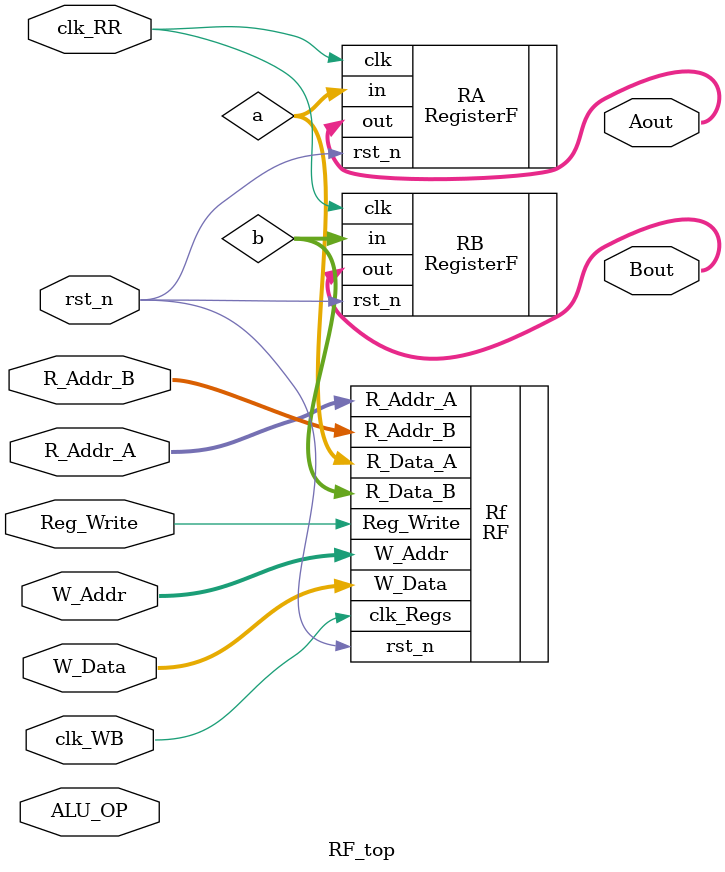
<source format=v>
`timescale 1ns / 1ps


module RF_top(
    input rst_n,clk_RR,clk_WB,Reg_Write,
    input [3:0] ALU_OP,
    input [4:0] R_Addr_A, R_Addr_B, W_Addr,
    input [31:0] W_Data,
    output [31:0] Aout,Bout
    );

    wire [31:0] a,b;
    RF Rf(.Reg_Write(Reg_Write), .clk_Regs(clk_WB), .rst_n(rst_n), .R_Addr_A(R_Addr_A), .R_Addr_B(R_Addr_B), .W_Addr(W_Addr), .W_Data(W_Data), .R_Data_A(a), .R_Data_B(b));
    RegisterF RA(.rst_n(rst_n), .clk(clk_RR), .in(a), .out(Aout));
    RegisterF RB(.rst_n(rst_n), .clk(clk_RR), .in(b), .out(Bout));
endmodule

</source>
